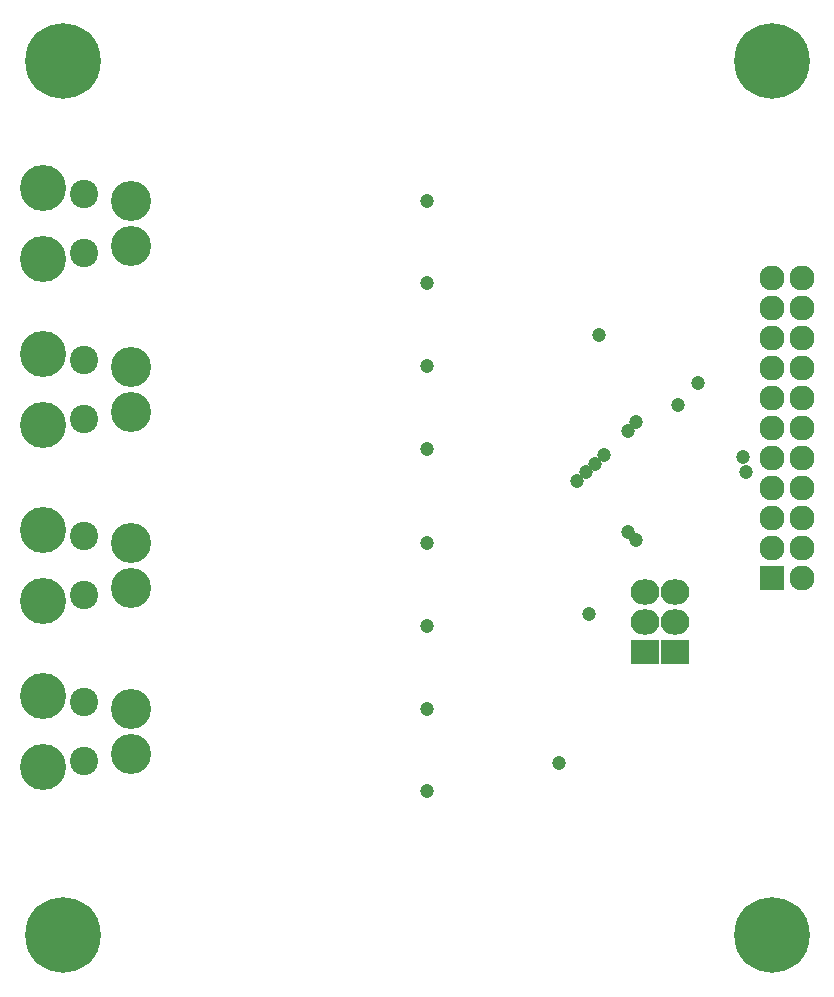
<source format=gbr>
G04 #@! TF.FileFunction,Soldermask,Bot*
%FSLAX46Y46*%
G04 Gerber Fmt 4.6, Leading zero omitted, Abs format (unit mm)*
G04 Created by KiCad (PCBNEW 4.0.0-rc1-stable) date 10.06.2016 15:53:23*
%MOMM*%
G01*
G04 APERTURE LIST*
%ADD10C,0.100000*%
%ADD11R,2.127200X2.127200*%
%ADD12O,2.127200X2.127200*%
%ADD13C,6.400000*%
%ADD14R,2.432000X2.127200*%
%ADD15O,2.432000X2.127200*%
%ADD16C,3.400000*%
%ADD17C,2.400000*%
%ADD18C,3.900000*%
%ADD19C,1.200000*%
G04 APERTURE END LIST*
D10*
D11*
X65200000Y-48950000D03*
D12*
X67740000Y-48950000D03*
X65200000Y-46410000D03*
X67740000Y-46410000D03*
X65200000Y-43870000D03*
X67740000Y-43870000D03*
X65200000Y-41330000D03*
X67740000Y-41330000D03*
X65200000Y-38790000D03*
X67740000Y-38790000D03*
X65200000Y-36250000D03*
X67740000Y-36250000D03*
X65200000Y-33710000D03*
X67740000Y-33710000D03*
X65200000Y-31170000D03*
X67740000Y-31170000D03*
X65200000Y-28630000D03*
X67740000Y-28630000D03*
X65200000Y-26090000D03*
X67740000Y-26090000D03*
X65200000Y-23550000D03*
X67740000Y-23550000D03*
D13*
X5200000Y-79200000D03*
X65200000Y-79200000D03*
X65200000Y-5200000D03*
X5200000Y-5200000D03*
D14*
X57015000Y-55225001D03*
D15*
X57015000Y-52685001D03*
X57015000Y-50145001D03*
D14*
X54475000Y-55225001D03*
D15*
X54475000Y-52685001D03*
X54475000Y-50145001D03*
D16*
X11000000Y-17000000D03*
X11000000Y-20800000D03*
D17*
X7000000Y-16400000D03*
X7000000Y-21400000D03*
D18*
X3500000Y-15900000D03*
X3500000Y-21900000D03*
D16*
X11000000Y-31100000D03*
X11000000Y-34900000D03*
D17*
X7000000Y-30500000D03*
X7000000Y-35500000D03*
D18*
X3500000Y-30000000D03*
X3500000Y-36000000D03*
D16*
X11000000Y-46000000D03*
X11000000Y-49800000D03*
D17*
X7000000Y-45400000D03*
X7000000Y-50400000D03*
D18*
X3500000Y-44900000D03*
X3500000Y-50900000D03*
D16*
X11000000Y-60000000D03*
X11000000Y-63800000D03*
D17*
X7000000Y-59400000D03*
X7000000Y-64400000D03*
D18*
X3500000Y-58900000D03*
X3500000Y-64900000D03*
D19*
X49750000Y-52000000D03*
X47200000Y-64600000D03*
X50600000Y-28400000D03*
X57250000Y-34250000D03*
X63000000Y-40000000D03*
X53750000Y-35750000D03*
X36000000Y-67000000D03*
X53000000Y-36500000D03*
X36000000Y-60000000D03*
X51000000Y-38500000D03*
X36000000Y-53000000D03*
X50250000Y-39250000D03*
X36000000Y-46000000D03*
X49500000Y-40000000D03*
X36000000Y-38000000D03*
X48750000Y-40750000D03*
X36000000Y-31000000D03*
X53000000Y-45000000D03*
X36000000Y-24000000D03*
X53750000Y-45750000D03*
X36000000Y-17000000D03*
X62800916Y-38728370D03*
X58981873Y-32435634D03*
M02*

</source>
